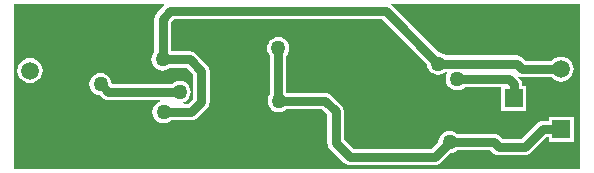
<source format=gbl>
G04 Layer_Physical_Order=2*
G04 Layer_Color=16711680*
%FSLAX25Y25*%
%MOIN*%
G70*
G01*
G75*
%ADD16C,0.03000*%
%ADD17C,0.02000*%
%ADD24R,0.05906X0.05906*%
%ADD25C,0.05906*%
%ADD26C,0.05000*%
G36*
X190204Y1725D02*
X1725D01*
Y56739D01*
X51666D01*
X51827Y56266D01*
X51815Y56256D01*
X49255Y53697D01*
X48823Y53133D01*
X48551Y52477D01*
X48458Y51772D01*
Y40718D01*
X47949Y40055D01*
X47576Y39155D01*
X47449Y38189D01*
X47576Y37223D01*
X47949Y36323D01*
X48542Y35550D01*
X49315Y34957D01*
X50215Y34584D01*
X51181Y34457D01*
X52147Y34584D01*
X53047Y34957D01*
X53710Y35466D01*
X59305D01*
X61450Y33321D01*
Y25144D01*
X59699Y23393D01*
X58256D01*
X58159Y23883D01*
X58756Y24130D01*
X59529Y24723D01*
X60122Y25496D01*
X60495Y26396D01*
X60622Y27362D01*
X60495Y28328D01*
X60122Y29228D01*
X59529Y30001D01*
X58756Y30594D01*
X57856Y30967D01*
X56890Y31094D01*
X55924Y30967D01*
X55024Y30594D01*
X54361Y30086D01*
X34222D01*
X34117Y30887D01*
X33744Y31787D01*
X33151Y32560D01*
X32378Y33153D01*
X31478Y33526D01*
X30512Y33653D01*
X29546Y33526D01*
X28646Y33153D01*
X27873Y32560D01*
X27280Y31787D01*
X26907Y30887D01*
X26780Y29921D01*
X26907Y28955D01*
X27280Y28055D01*
X27873Y27282D01*
X28646Y26689D01*
X29546Y26316D01*
X30374Y26207D01*
X31145Y25436D01*
X31709Y25004D01*
X32366Y24732D01*
X32448Y24721D01*
X33071Y24639D01*
X50208D01*
X50306Y24148D01*
X49709Y23901D01*
X48936Y23308D01*
X48343Y22535D01*
X47970Y21635D01*
X47843Y20669D01*
X47970Y19703D01*
X48343Y18803D01*
X48936Y18030D01*
X49709Y17437D01*
X50609Y17064D01*
X51575Y16937D01*
X52541Y17064D01*
X53441Y17437D01*
X54104Y17946D01*
X60827D01*
X61532Y18039D01*
X62188Y18311D01*
X62752Y18744D01*
X62752Y18744D01*
X62752Y18744D01*
X66099Y22090D01*
X66532Y22654D01*
X66804Y23311D01*
X66896Y24016D01*
X66897Y24016D01*
X66896Y24016D01*
Y24016D01*
Y34449D01*
X66804Y35154D01*
X66532Y35811D01*
X66099Y36375D01*
X62359Y40115D01*
X61795Y40547D01*
X61138Y40819D01*
X60433Y40912D01*
X53904D01*
Y50644D01*
X54868Y51607D01*
X124462D01*
X139396Y36674D01*
X139506Y35845D01*
X139878Y34945D01*
X140471Y34172D01*
X141244Y33579D01*
X142144Y33206D01*
X143110Y33079D01*
X144076Y33206D01*
X144976Y33579D01*
X145601Y34059D01*
X146088Y33945D01*
X146239Y33639D01*
X146177Y33559D01*
X145805Y32659D01*
X145677Y31693D01*
X145805Y30727D01*
X146177Y29827D01*
X146771Y29054D01*
X147544Y28461D01*
X148444Y28088D01*
X149409Y27961D01*
X150375Y28088D01*
X151275Y28461D01*
X151938Y28970D01*
X164154D01*
Y21044D01*
X172460D01*
Y29350D01*
X171030D01*
Y29921D01*
X170948Y30544D01*
X170938Y30626D01*
X170666Y31283D01*
X170233Y31847D01*
X169649Y32431D01*
X170437Y32330D01*
X170437Y32330D01*
X170437Y32330D01*
X171142Y32237D01*
X180910D01*
X181093Y31999D01*
X181961Y31333D01*
X182971Y30915D01*
X184055Y30772D01*
X185139Y30915D01*
X186149Y31333D01*
X187017Y31999D01*
X187682Y32866D01*
X188101Y33876D01*
X188244Y34961D01*
X188101Y36045D01*
X187682Y37055D01*
X187017Y37922D01*
X186149Y38588D01*
X185139Y39007D01*
X184055Y39149D01*
X182971Y39007D01*
X181961Y38588D01*
X181093Y37922D01*
X180910Y37684D01*
X172270D01*
X171217Y38737D01*
X170653Y39169D01*
X169996Y39441D01*
X169291Y39534D01*
X145639D01*
X144976Y40043D01*
X144076Y40416D01*
X143248Y40525D01*
X127516Y56256D01*
X126952Y56689D01*
X126962Y56739D01*
X190204D01*
Y1725D01*
D02*
G37*
%LPC*%
G36*
X89764Y45661D02*
X88798Y45534D01*
X87898Y45161D01*
X87125Y44568D01*
X86532Y43795D01*
X86159Y42895D01*
X86032Y41929D01*
X86159Y40963D01*
X86532Y40063D01*
X87041Y39400D01*
Y26682D01*
X86729Y26275D01*
X86356Y25375D01*
X86229Y24409D01*
X86356Y23444D01*
X86729Y22544D01*
X87322Y21771D01*
X88095Y21178D01*
X88995Y20805D01*
X89961Y20677D01*
X90926Y20805D01*
X91827Y21178D01*
X92489Y21686D01*
X104187D01*
X106135Y19738D01*
Y10433D01*
X106228Y9728D01*
X106228Y9728D01*
X106228Y9728D01*
X106500Y9071D01*
X106933Y8507D01*
X111657Y3783D01*
X112221Y3350D01*
X112493Y3238D01*
X112878Y3078D01*
X113583Y2985D01*
X141929D01*
X142634Y3078D01*
X143291Y3350D01*
X143855Y3783D01*
X143855Y3783D01*
X143855Y3783D01*
X146988Y6916D01*
X147816Y7025D01*
X148716Y7398D01*
X149379Y7907D01*
X160486D01*
X161263Y7129D01*
X161827Y6697D01*
X162484Y6425D01*
X163189Y6332D01*
X172047D01*
X172752Y6425D01*
X173409Y6697D01*
X173973Y7130D01*
X173973Y7129D01*
X173973Y7130D01*
X179081Y12237D01*
X179902D01*
Y10808D01*
X188208D01*
Y19113D01*
X179902D01*
Y17684D01*
X177953D01*
X177330Y17602D01*
X177248Y17591D01*
X176591Y17319D01*
X176027Y16886D01*
X170919Y11778D01*
X164317D01*
X163540Y12556D01*
X162976Y12988D01*
X162319Y13260D01*
X161614Y13353D01*
X149379D01*
X148716Y13862D01*
X147816Y14235D01*
X146850Y14362D01*
X145885Y14235D01*
X144984Y13862D01*
X144211Y13269D01*
X143619Y12496D01*
X143246Y11596D01*
X143137Y10767D01*
X140801Y8432D01*
X114711D01*
X111582Y11561D01*
Y20866D01*
X111489Y21571D01*
X111217Y22228D01*
X110784Y22792D01*
X107241Y26335D01*
X106677Y26768D01*
X106020Y27040D01*
X105315Y27133D01*
X92489D01*
X92487Y27135D01*
Y39400D01*
X92996Y40063D01*
X93369Y40963D01*
X93496Y41929D01*
X93369Y42895D01*
X92996Y43795D01*
X92403Y44568D01*
X91630Y45161D01*
X90730Y45534D01*
X89764Y45661D01*
D02*
G37*
G36*
X6992Y38681D02*
X5908Y38538D01*
X4898Y38120D01*
X4030Y37454D01*
X3365Y36586D01*
X2946Y35576D01*
X2803Y34492D01*
X2946Y33408D01*
X3365Y32398D01*
X4030Y31530D01*
X4898Y30865D01*
X5908Y30446D01*
X6992Y30304D01*
X8076Y30446D01*
X9086Y30865D01*
X9954Y31530D01*
X10620Y32398D01*
X11038Y33408D01*
X11181Y34492D01*
X11038Y35576D01*
X10620Y36586D01*
X9954Y37454D01*
X9086Y38120D01*
X8076Y38538D01*
X6992Y38681D01*
D02*
G37*
%LPD*%
D16*
X119488Y36811D02*
X127559D01*
X114961Y32283D02*
X119488Y36811D01*
X114961Y14370D02*
Y32283D01*
X177953Y14961D02*
X184055D01*
X172047Y9055D02*
X177953Y14961D01*
X163189Y9055D02*
X172047D01*
X161614Y10630D02*
X163189Y9055D01*
X146850Y10630D02*
X161614D01*
X171142Y34961D02*
X184055D01*
X169291Y36811D02*
X171142Y34961D01*
X143110Y36811D02*
X169291D01*
X168307Y25197D02*
Y29921D01*
X166535Y31693D02*
X168307Y29921D01*
X149409Y31693D02*
X166535D01*
X125591Y54331D02*
X143110Y36811D01*
X53740Y54331D02*
X125591D01*
X51181Y51772D02*
X53740Y54331D01*
X51181Y38189D02*
Y51772D01*
X105315Y24409D02*
X108858Y20866D01*
Y10433D02*
Y20866D01*
Y10433D02*
X113583Y5709D01*
X141929D02*
X146850Y10630D01*
X113583Y5709D02*
X141929D01*
X89961Y24409D02*
X105315D01*
X60433Y38189D02*
X64173Y34449D01*
Y24016D02*
Y34449D01*
X60827Y20669D02*
X64173Y24016D01*
X51181Y38189D02*
X60433D01*
X51575Y20669D02*
X60827D01*
X88779Y9252D02*
X103347D01*
X84449Y13583D02*
X88779Y9252D01*
X89764Y24606D02*
Y41929D01*
X66929Y9843D02*
X70669Y13583D01*
Y31299D01*
Y13583D02*
X84449D01*
X70669Y31299D02*
X84449D01*
X70669D02*
Y42913D01*
X56890Y9843D02*
X66929D01*
X64370Y49213D02*
X70669Y42913D01*
X56496Y49213D02*
X64370D01*
X33071Y27362D02*
X56890D01*
X30512Y29921D02*
X33071Y27362D01*
D17*
X89764Y24606D02*
X89961Y24409D01*
D24*
X184055Y14961D02*
D03*
X168307Y25197D02*
D03*
X6992Y24492D02*
D03*
D25*
X184055Y24961D02*
D03*
Y34961D02*
D03*
X168307Y15197D02*
D03*
X6992Y34492D02*
D03*
D26*
X127559Y36811D02*
D03*
X149409Y31693D02*
D03*
X143110Y36811D02*
D03*
X114961Y14370D02*
D03*
X146850Y10630D02*
D03*
X103347Y9252D02*
D03*
X56890Y27362D02*
D03*
X89764Y41929D02*
D03*
X84449Y31299D02*
D03*
X51181Y38189D02*
D03*
X56496Y49213D02*
D03*
X84449Y13583D02*
D03*
X89961Y24409D02*
D03*
X56890Y9843D02*
D03*
X51575Y20669D02*
D03*
X30512Y29921D02*
D03*
M02*

</source>
